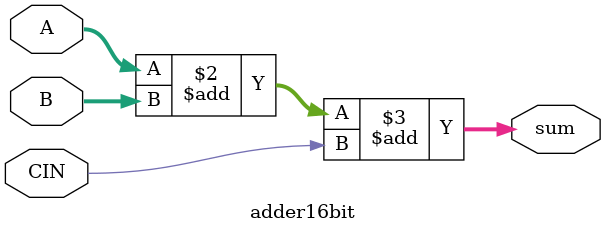
<source format=v>
module adder16bit(A, B, CIN, sum);
input [15:0] A, B;
input CIN;
output [15:0] sum;
reg [15:0] sum;
always @(A or B) begin
sum = A + B + CIN;
end
endmodule
</source>
